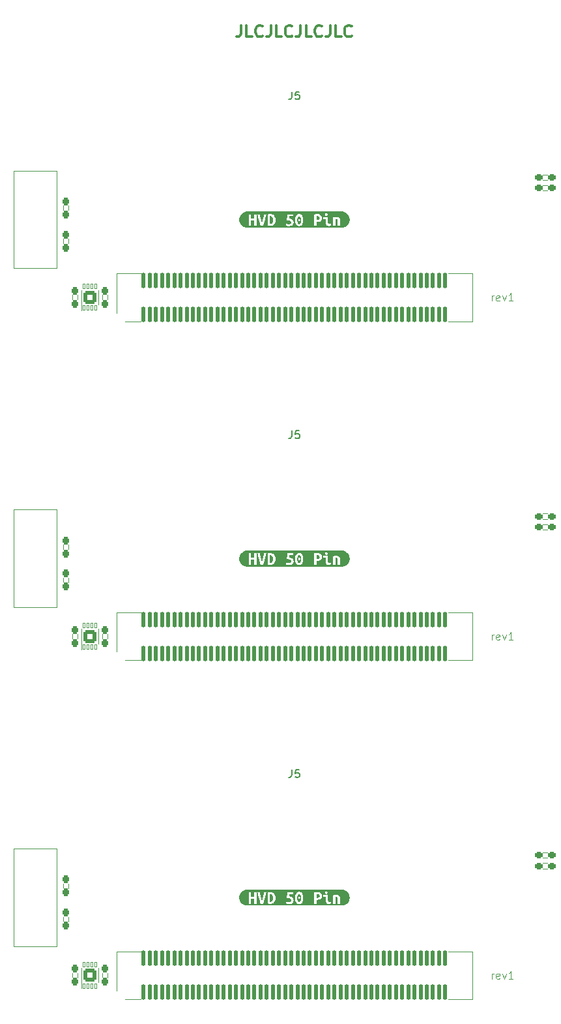
<source format=gto>
G04 #@! TF.GenerationSoftware,KiCad,Pcbnew,8.0.6*
G04 #@! TF.CreationDate,2024-11-07T02:26:39-08:00*
G04 #@! TF.ProjectId,hvd-50-ce-panel,6876642d-3530-42d6-9365-2d70616e656c,1*
G04 #@! TF.SameCoordinates,Original*
G04 #@! TF.FileFunction,Legend,Top*
G04 #@! TF.FilePolarity,Positive*
%FSLAX46Y46*%
G04 Gerber Fmt 4.6, Leading zero omitted, Abs format (unit mm)*
G04 Created by KiCad (PCBNEW 8.0.6) date 2024-11-07 02:26:39*
%MOMM*%
%LPD*%
G01*
G04 APERTURE LIST*
G04 Aperture macros list*
%AMRoundRect*
0 Rectangle with rounded corners*
0 $1 Rounding radius*
0 $2 $3 $4 $5 $6 $7 $8 $9 X,Y pos of 4 corners*
0 Add a 4 corners polygon primitive as box body*
4,1,4,$2,$3,$4,$5,$6,$7,$8,$9,$2,$3,0*
0 Add four circle primitives for the rounded corners*
1,1,$1+$1,$2,$3*
1,1,$1+$1,$4,$5*
1,1,$1+$1,$6,$7*
1,1,$1+$1,$8,$9*
0 Add four rect primitives between the rounded corners*
20,1,$1+$1,$2,$3,$4,$5,0*
20,1,$1+$1,$4,$5,$6,$7,0*
20,1,$1+$1,$6,$7,$8,$9,0*
20,1,$1+$1,$8,$9,$2,$3,0*%
G04 Aperture macros list end*
%ADD10C,0.100000*%
%ADD11C,0.300000*%
%ADD12C,0.150000*%
%ADD13C,0.000000*%
%ADD14C,0.120000*%
%ADD15C,1.700000*%
%ADD16C,4.750000*%
%ADD17C,0.500000*%
%ADD18C,2.300000*%
%ADD19C,2.700000*%
%ADD20C,1.950000*%
%ADD21C,2.500000*%
%ADD22RoundRect,0.225000X0.275000X0.225000X-0.275000X0.225000X-0.275000X-0.225000X0.275000X-0.225000X0*%
%ADD23RoundRect,0.225000X0.225000X-0.275000X0.225000X0.275000X-0.225000X0.275000X-0.225000X-0.275000X0*%
%ADD24RoundRect,0.225000X-0.225000X0.275000X-0.225000X-0.275000X0.225000X-0.275000X0.225000X0.275000X0*%
%ADD25C,6.500000*%
%ADD26RoundRect,0.225000X-0.275000X-0.225000X0.275000X-0.225000X0.275000X0.225000X-0.275000X0.225000X0*%
%ADD27RoundRect,0.062500X0.137500X-0.287500X0.137500X0.287500X-0.137500X0.287500X-0.137500X-0.287500X0*%
%ADD28RoundRect,0.265625X0.584375X-0.584375X0.584375X0.584375X-0.584375X0.584375X-0.584375X-0.584375X0*%
%ADD29C,0.800000*%
%ADD30C,1.200000*%
%ADD31RoundRect,0.125000X0.125000X0.925000X-0.125000X0.925000X-0.125000X-0.925000X0.125000X-0.925000X0*%
G04 APERTURE END LIST*
D10*
X-16757143Y10544581D02*
X-16757143Y11211248D01*
X-16757143Y11020772D02*
X-16709524Y11116010D01*
X-16709524Y11116010D02*
X-16661905Y11163629D01*
X-16661905Y11163629D02*
X-16566667Y11211248D01*
X-16566667Y11211248D02*
X-16471429Y11211248D01*
X-15757143Y10592200D02*
X-15852381Y10544581D01*
X-15852381Y10544581D02*
X-16042857Y10544581D01*
X-16042857Y10544581D02*
X-16138095Y10592200D01*
X-16138095Y10592200D02*
X-16185714Y10687439D01*
X-16185714Y10687439D02*
X-16185714Y11068391D01*
X-16185714Y11068391D02*
X-16138095Y11163629D01*
X-16138095Y11163629D02*
X-16042857Y11211248D01*
X-16042857Y11211248D02*
X-15852381Y11211248D01*
X-15852381Y11211248D02*
X-15757143Y11163629D01*
X-15757143Y11163629D02*
X-15709524Y11068391D01*
X-15709524Y11068391D02*
X-15709524Y10973153D01*
X-15709524Y10973153D02*
X-16185714Y10877915D01*
X-15376190Y11211248D02*
X-15138095Y10544581D01*
X-15138095Y10544581D02*
X-14900000Y11211248D01*
X-13995238Y10544581D02*
X-14566666Y10544581D01*
X-14280952Y10544581D02*
X-14280952Y11544581D01*
X-14280952Y11544581D02*
X-14376190Y11401724D01*
X-14376190Y11401724D02*
X-14471428Y11306486D01*
X-14471428Y11306486D02*
X-14566666Y11258867D01*
X-16757143Y98544581D02*
X-16757143Y99211248D01*
X-16757143Y99020772D02*
X-16709524Y99116010D01*
X-16709524Y99116010D02*
X-16661905Y99163629D01*
X-16661905Y99163629D02*
X-16566667Y99211248D01*
X-16566667Y99211248D02*
X-16471429Y99211248D01*
X-15757143Y98592200D02*
X-15852381Y98544581D01*
X-15852381Y98544581D02*
X-16042857Y98544581D01*
X-16042857Y98544581D02*
X-16138095Y98592200D01*
X-16138095Y98592200D02*
X-16185714Y98687439D01*
X-16185714Y98687439D02*
X-16185714Y99068391D01*
X-16185714Y99068391D02*
X-16138095Y99163629D01*
X-16138095Y99163629D02*
X-16042857Y99211248D01*
X-16042857Y99211248D02*
X-15852381Y99211248D01*
X-15852381Y99211248D02*
X-15757143Y99163629D01*
X-15757143Y99163629D02*
X-15709524Y99068391D01*
X-15709524Y99068391D02*
X-15709524Y98973153D01*
X-15709524Y98973153D02*
X-16185714Y98877915D01*
X-15376190Y99211248D02*
X-15138095Y98544581D01*
X-15138095Y98544581D02*
X-14900000Y99211248D01*
X-13995238Y98544581D02*
X-14566666Y98544581D01*
X-14280952Y98544581D02*
X-14280952Y99544581D01*
X-14280952Y99544581D02*
X-14376190Y99401724D01*
X-14376190Y99401724D02*
X-14471428Y99306486D01*
X-14471428Y99306486D02*
X-14566666Y99258867D01*
X-16757143Y54544581D02*
X-16757143Y55211248D01*
X-16757143Y55020772D02*
X-16709524Y55116010D01*
X-16709524Y55116010D02*
X-16661905Y55163629D01*
X-16661905Y55163629D02*
X-16566667Y55211248D01*
X-16566667Y55211248D02*
X-16471429Y55211248D01*
X-15757143Y54592200D02*
X-15852381Y54544581D01*
X-15852381Y54544581D02*
X-16042857Y54544581D01*
X-16042857Y54544581D02*
X-16138095Y54592200D01*
X-16138095Y54592200D02*
X-16185714Y54687439D01*
X-16185714Y54687439D02*
X-16185714Y55068391D01*
X-16185714Y55068391D02*
X-16138095Y55163629D01*
X-16138095Y55163629D02*
X-16042857Y55211248D01*
X-16042857Y55211248D02*
X-15852381Y55211248D01*
X-15852381Y55211248D02*
X-15757143Y55163629D01*
X-15757143Y55163629D02*
X-15709524Y55068391D01*
X-15709524Y55068391D02*
X-15709524Y54973153D01*
X-15709524Y54973153D02*
X-16185714Y54877915D01*
X-15376190Y55211248D02*
X-15138095Y54544581D01*
X-15138095Y54544581D02*
X-14900000Y55211248D01*
X-13995238Y54544581D02*
X-14566666Y54544581D01*
X-14280952Y54544581D02*
X-14280952Y55544581D01*
X-14280952Y55544581D02*
X-14376190Y55401724D01*
X-14376190Y55401724D02*
X-14471428Y55306486D01*
X-14471428Y55306486D02*
X-14566666Y55258867D01*
D11*
X-49328572Y134325172D02*
X-49328572Y133253743D01*
X-49328572Y133253743D02*
X-49400001Y133039458D01*
X-49400001Y133039458D02*
X-49542858Y132896600D01*
X-49542858Y132896600D02*
X-49757144Y132825172D01*
X-49757144Y132825172D02*
X-49900001Y132825172D01*
X-47900001Y132825172D02*
X-48614287Y132825172D01*
X-48614287Y132825172D02*
X-48614287Y134325172D01*
X-46542858Y132968029D02*
X-46614286Y132896600D01*
X-46614286Y132896600D02*
X-46828572Y132825172D01*
X-46828572Y132825172D02*
X-46971429Y132825172D01*
X-46971429Y132825172D02*
X-47185715Y132896600D01*
X-47185715Y132896600D02*
X-47328572Y133039458D01*
X-47328572Y133039458D02*
X-47400001Y133182315D01*
X-47400001Y133182315D02*
X-47471429Y133468029D01*
X-47471429Y133468029D02*
X-47471429Y133682315D01*
X-47471429Y133682315D02*
X-47400001Y133968029D01*
X-47400001Y133968029D02*
X-47328572Y134110886D01*
X-47328572Y134110886D02*
X-47185715Y134253743D01*
X-47185715Y134253743D02*
X-46971429Y134325172D01*
X-46971429Y134325172D02*
X-46828572Y134325172D01*
X-46828572Y134325172D02*
X-46614286Y134253743D01*
X-46614286Y134253743D02*
X-46542858Y134182315D01*
X-45471429Y134325172D02*
X-45471429Y133253743D01*
X-45471429Y133253743D02*
X-45542858Y133039458D01*
X-45542858Y133039458D02*
X-45685715Y132896600D01*
X-45685715Y132896600D02*
X-45900001Y132825172D01*
X-45900001Y132825172D02*
X-46042858Y132825172D01*
X-44042858Y132825172D02*
X-44757144Y132825172D01*
X-44757144Y132825172D02*
X-44757144Y134325172D01*
X-42685715Y132968029D02*
X-42757143Y132896600D01*
X-42757143Y132896600D02*
X-42971429Y132825172D01*
X-42971429Y132825172D02*
X-43114286Y132825172D01*
X-43114286Y132825172D02*
X-43328572Y132896600D01*
X-43328572Y132896600D02*
X-43471429Y133039458D01*
X-43471429Y133039458D02*
X-43542858Y133182315D01*
X-43542858Y133182315D02*
X-43614286Y133468029D01*
X-43614286Y133468029D02*
X-43614286Y133682315D01*
X-43614286Y133682315D02*
X-43542858Y133968029D01*
X-43542858Y133968029D02*
X-43471429Y134110886D01*
X-43471429Y134110886D02*
X-43328572Y134253743D01*
X-43328572Y134253743D02*
X-43114286Y134325172D01*
X-43114286Y134325172D02*
X-42971429Y134325172D01*
X-42971429Y134325172D02*
X-42757143Y134253743D01*
X-42757143Y134253743D02*
X-42685715Y134182315D01*
X-41614286Y134325172D02*
X-41614286Y133253743D01*
X-41614286Y133253743D02*
X-41685715Y133039458D01*
X-41685715Y133039458D02*
X-41828572Y132896600D01*
X-41828572Y132896600D02*
X-42042858Y132825172D01*
X-42042858Y132825172D02*
X-42185715Y132825172D01*
X-40185715Y132825172D02*
X-40900001Y132825172D01*
X-40900001Y132825172D02*
X-40900001Y134325172D01*
X-38828572Y132968029D02*
X-38900000Y132896600D01*
X-38900000Y132896600D02*
X-39114286Y132825172D01*
X-39114286Y132825172D02*
X-39257143Y132825172D01*
X-39257143Y132825172D02*
X-39471429Y132896600D01*
X-39471429Y132896600D02*
X-39614286Y133039458D01*
X-39614286Y133039458D02*
X-39685715Y133182315D01*
X-39685715Y133182315D02*
X-39757143Y133468029D01*
X-39757143Y133468029D02*
X-39757143Y133682315D01*
X-39757143Y133682315D02*
X-39685715Y133968029D01*
X-39685715Y133968029D02*
X-39614286Y134110886D01*
X-39614286Y134110886D02*
X-39471429Y134253743D01*
X-39471429Y134253743D02*
X-39257143Y134325172D01*
X-39257143Y134325172D02*
X-39114286Y134325172D01*
X-39114286Y134325172D02*
X-38900000Y134253743D01*
X-38900000Y134253743D02*
X-38828572Y134182315D01*
X-37757143Y134325172D02*
X-37757143Y133253743D01*
X-37757143Y133253743D02*
X-37828572Y133039458D01*
X-37828572Y133039458D02*
X-37971429Y132896600D01*
X-37971429Y132896600D02*
X-38185715Y132825172D01*
X-38185715Y132825172D02*
X-38328572Y132825172D01*
X-36328572Y132825172D02*
X-37042858Y132825172D01*
X-37042858Y132825172D02*
X-37042858Y134325172D01*
X-34971429Y132968029D02*
X-35042857Y132896600D01*
X-35042857Y132896600D02*
X-35257143Y132825172D01*
X-35257143Y132825172D02*
X-35400000Y132825172D01*
X-35400000Y132825172D02*
X-35614286Y132896600D01*
X-35614286Y132896600D02*
X-35757143Y133039458D01*
X-35757143Y133039458D02*
X-35828572Y133182315D01*
X-35828572Y133182315D02*
X-35900000Y133468029D01*
X-35900000Y133468029D02*
X-35900000Y133682315D01*
X-35900000Y133682315D02*
X-35828572Y133968029D01*
X-35828572Y133968029D02*
X-35757143Y134110886D01*
X-35757143Y134110886D02*
X-35614286Y134253743D01*
X-35614286Y134253743D02*
X-35400000Y134325172D01*
X-35400000Y134325172D02*
X-35257143Y134325172D01*
X-35257143Y134325172D02*
X-35042857Y134253743D01*
X-35042857Y134253743D02*
X-34971429Y134182315D01*
D12*
X-42733334Y37692181D02*
X-42733334Y36977896D01*
X-42733334Y36977896D02*
X-42780953Y36835039D01*
X-42780953Y36835039D02*
X-42876191Y36739800D01*
X-42876191Y36739800D02*
X-43019048Y36692181D01*
X-43019048Y36692181D02*
X-43114286Y36692181D01*
X-41780953Y37692181D02*
X-42257143Y37692181D01*
X-42257143Y37692181D02*
X-42304762Y37215991D01*
X-42304762Y37215991D02*
X-42257143Y37263610D01*
X-42257143Y37263610D02*
X-42161905Y37311229D01*
X-42161905Y37311229D02*
X-41923810Y37311229D01*
X-41923810Y37311229D02*
X-41828572Y37263610D01*
X-41828572Y37263610D02*
X-41780953Y37215991D01*
X-41780953Y37215991D02*
X-41733334Y37120753D01*
X-41733334Y37120753D02*
X-41733334Y36882658D01*
X-41733334Y36882658D02*
X-41780953Y36787420D01*
X-41780953Y36787420D02*
X-41828572Y36739800D01*
X-41828572Y36739800D02*
X-41923810Y36692181D01*
X-41923810Y36692181D02*
X-42161905Y36692181D01*
X-42161905Y36692181D02*
X-42257143Y36739800D01*
X-42257143Y36739800D02*
X-42304762Y36787420D01*
X-42733334Y125692181D02*
X-42733334Y124977896D01*
X-42733334Y124977896D02*
X-42780953Y124835039D01*
X-42780953Y124835039D02*
X-42876191Y124739800D01*
X-42876191Y124739800D02*
X-43019048Y124692181D01*
X-43019048Y124692181D02*
X-43114286Y124692181D01*
X-41780953Y125692181D02*
X-42257143Y125692181D01*
X-42257143Y125692181D02*
X-42304762Y125215991D01*
X-42304762Y125215991D02*
X-42257143Y125263610D01*
X-42257143Y125263610D02*
X-42161905Y125311229D01*
X-42161905Y125311229D02*
X-41923810Y125311229D01*
X-41923810Y125311229D02*
X-41828572Y125263610D01*
X-41828572Y125263610D02*
X-41780953Y125215991D01*
X-41780953Y125215991D02*
X-41733334Y125120753D01*
X-41733334Y125120753D02*
X-41733334Y124882658D01*
X-41733334Y124882658D02*
X-41780953Y124787420D01*
X-41780953Y124787420D02*
X-41828572Y124739800D01*
X-41828572Y124739800D02*
X-41923810Y124692181D01*
X-41923810Y124692181D02*
X-42161905Y124692181D01*
X-42161905Y124692181D02*
X-42257143Y124739800D01*
X-42257143Y124739800D02*
X-42304762Y124787420D01*
X-42733334Y81692181D02*
X-42733334Y80977896D01*
X-42733334Y80977896D02*
X-42780953Y80835039D01*
X-42780953Y80835039D02*
X-42876191Y80739800D01*
X-42876191Y80739800D02*
X-43019048Y80692181D01*
X-43019048Y80692181D02*
X-43114286Y80692181D01*
X-41780953Y81692181D02*
X-42257143Y81692181D01*
X-42257143Y81692181D02*
X-42304762Y81215991D01*
X-42304762Y81215991D02*
X-42257143Y81263610D01*
X-42257143Y81263610D02*
X-42161905Y81311229D01*
X-42161905Y81311229D02*
X-41923810Y81311229D01*
X-41923810Y81311229D02*
X-41828572Y81263610D01*
X-41828572Y81263610D02*
X-41780953Y81215991D01*
X-41780953Y81215991D02*
X-41733334Y81120753D01*
X-41733334Y81120753D02*
X-41733334Y80882658D01*
X-41733334Y80882658D02*
X-41780953Y80787420D01*
X-41780953Y80787420D02*
X-41828572Y80739800D01*
X-41828572Y80739800D02*
X-41923810Y80692181D01*
X-41923810Y80692181D02*
X-42161905Y80692181D01*
X-42161905Y80692181D02*
X-42257143Y80739800D01*
X-42257143Y80739800D02*
X-42304762Y80787420D01*
G04 #@! TO.C,J3*
D10*
X-78870000Y27442000D02*
X-73270000Y27442000D01*
X-73270000Y14772000D01*
X-78870000Y14772000D01*
X-78870000Y27442000D01*
D13*
G04 #@! TO.C,kibuzzard-672C6174*
G36*
X-39276111Y65533038D02*
G01*
X-39192811Y65492145D01*
X-39139196Y65418539D01*
X-39121325Y65306766D01*
X-39139499Y65188935D01*
X-39194023Y65111693D01*
X-39284289Y65068983D01*
X-39409693Y65054746D01*
X-39530856Y65054746D01*
X-39530856Y65539399D01*
X-39456947Y65545457D01*
X-39383037Y65546669D01*
X-39276111Y65533038D01*
G37*
G36*
X-45339418Y65504262D02*
G01*
X-45240065Y65391580D01*
X-45189176Y65229221D01*
X-45174637Y65040207D01*
X-45179180Y64933280D01*
X-45192811Y64835441D01*
X-45253393Y64674294D01*
X-45364863Y64567670D01*
X-45535703Y64528898D01*
X-45562359Y64528898D01*
X-45589015Y64531321D01*
X-45589015Y65539399D01*
X-45545396Y65545457D01*
X-45501777Y65546669D01*
X-45339418Y65504262D01*
G37*
G36*
X-41668477Y65534855D02*
G01*
X-41589418Y65433987D01*
X-41553743Y65330729D01*
X-41532337Y65200277D01*
X-41525202Y65042630D01*
X-41532337Y64883637D01*
X-41553743Y64752377D01*
X-41589418Y64648850D01*
X-41668477Y64547981D01*
X-41774798Y64515108D01*
X-41777221Y64514359D01*
X-41884451Y64547981D01*
X-41963813Y64648850D01*
X-42000162Y64752377D01*
X-42021971Y64883637D01*
X-42029241Y65042630D01*
X-42028123Y65066863D01*
X-41910501Y65066863D01*
X-41874152Y64954181D01*
X-41774798Y64906927D01*
X-41679079Y64954181D01*
X-41641519Y65066863D01*
X-41679079Y65180756D01*
X-41774798Y65229221D01*
X-41874152Y65180756D01*
X-41910501Y65066863D01*
X-42028123Y65066863D01*
X-42021971Y65200277D01*
X-42000162Y65330729D01*
X-41963813Y65433987D01*
X-41884451Y65534855D01*
X-41777221Y65568478D01*
X-41668477Y65534855D01*
G37*
G36*
X-36163343Y66143407D02*
G01*
X-36061761Y66128339D01*
X-35962146Y66103386D01*
X-35865455Y66068790D01*
X-35772622Y66024883D01*
X-35684539Y65972088D01*
X-35602055Y65910914D01*
X-35525964Y65841949D01*
X-35456999Y65765858D01*
X-35395825Y65683374D01*
X-35343030Y65595291D01*
X-35299123Y65502458D01*
X-35264526Y65405767D01*
X-35239574Y65306151D01*
X-35224506Y65204570D01*
X-35219467Y65102000D01*
X-35224506Y64999430D01*
X-35239574Y64897849D01*
X-35264526Y64798233D01*
X-35299123Y64701542D01*
X-35343030Y64608709D01*
X-35395825Y64520626D01*
X-35456999Y64438142D01*
X-35525964Y64362051D01*
X-35602055Y64293086D01*
X-35684539Y64231912D01*
X-35772622Y64179117D01*
X-35865455Y64135210D01*
X-35962146Y64100614D01*
X-36061761Y64075661D01*
X-36163343Y64060593D01*
X-36265913Y64055554D01*
X-36467851Y64055554D01*
X-37938772Y64055554D01*
X-39530856Y64055554D01*
X-41777221Y64055554D01*
X-43105170Y64055554D01*
X-45567205Y64055554D01*
X-46778837Y64055554D01*
X-47338611Y64055554D01*
X-48332149Y64055554D01*
X-48534087Y64055554D01*
X-48636657Y64060593D01*
X-48738239Y64075661D01*
X-48837854Y64100614D01*
X-48934545Y64135210D01*
X-49027378Y64179117D01*
X-49115461Y64231912D01*
X-49192429Y64288995D01*
X-48332149Y64288995D01*
X-48034087Y64288995D01*
X-48034087Y64950546D01*
X-47636672Y64950546D01*
X-47636672Y64288995D01*
X-47338611Y64288995D01*
X-47338611Y65788995D01*
X-47198061Y65788995D01*
X-47170194Y65653292D01*
X-47130210Y65483664D01*
X-47098169Y65356712D01*
X-47063436Y65224644D01*
X-47026010Y65087460D01*
X-46986430Y64947584D01*
X-46945234Y64807439D01*
X-46902423Y64667024D01*
X-46838813Y64467105D01*
X-46778837Y64288995D01*
X-46471082Y64288995D01*
X-46424771Y64418101D01*
X-46379537Y64550169D01*
X-46335380Y64685199D01*
X-46292973Y64820901D01*
X-46252989Y64954989D01*
X-46215428Y65087460D01*
X-46163934Y65280413D01*
X-46118498Y65464278D01*
X-46079422Y65635118D01*
X-46051094Y65769609D01*
X-45887076Y65769609D01*
X-45887076Y64305958D01*
X-45723506Y64278090D01*
X-45567205Y64269609D01*
X-45420901Y64280211D01*
X-45287318Y64312016D01*
X-45237587Y64335037D01*
X-43509855Y64335037D01*
X-43440792Y64308381D01*
X-43340226Y64282937D01*
X-43223910Y64264763D01*
X-43105170Y64257493D01*
X-42966438Y64266580D01*
X-42845880Y64293842D01*
X-42743498Y64337460D01*
X-42659289Y64395619D01*
X-42547819Y64549496D01*
X-42511470Y64742145D01*
X-42527894Y64882695D01*
X-42577167Y65000627D01*
X-42613356Y65042630D01*
X-42298223Y65042630D01*
X-42289893Y64856645D01*
X-42264903Y64696103D01*
X-42223253Y64561006D01*
X-42164943Y64451354D01*
X-42062628Y64343653D01*
X-41933387Y64279033D01*
X-41777221Y64257493D01*
X-41621055Y64279033D01*
X-41491815Y64343653D01*
X-41389499Y64451354D01*
X-41331189Y64561006D01*
X-41289540Y64696103D01*
X-41264550Y64856645D01*
X-41256220Y65042630D01*
X-41264550Y65227480D01*
X-41289540Y65387036D01*
X-41331189Y65521300D01*
X-41389499Y65630271D01*
X-41491815Y65737299D01*
X-41556842Y65769609D01*
X-39828918Y65769609D01*
X-39828918Y64288995D01*
X-39530856Y64288995D01*
X-39530856Y64795457D01*
X-39424233Y64795457D01*
X-39245046Y64808785D01*
X-39095207Y64848769D01*
X-38974717Y64915409D01*
X-38886537Y65011935D01*
X-38833630Y65141580D01*
X-38815994Y65304342D01*
X-38829416Y65427929D01*
X-38660905Y65427929D01*
X-38660905Y65180756D01*
X-38345880Y65180756D01*
X-38345880Y64761532D01*
X-38341034Y64649456D01*
X-38326494Y64550708D01*
X-38259855Y64394407D01*
X-38133845Y64296265D01*
X-38045699Y64270821D01*
X-37938772Y64262339D01*
X-37789742Y64278090D01*
X-37616478Y64337460D01*
X-37655250Y64577363D01*
X-37786107Y64532533D01*
X-37885460Y64521628D01*
X-38010258Y64571305D01*
X-38047819Y64722759D01*
X-38047819Y65391580D01*
X-37383845Y65391580D01*
X-37383845Y64288995D01*
X-37085784Y64288995D01*
X-37085784Y65183179D01*
X-37016721Y65190449D01*
X-36950081Y65192872D01*
X-36802262Y65122598D01*
X-36775000Y65029908D01*
X-36765913Y64892388D01*
X-36765913Y64288995D01*
X-36467851Y64288995D01*
X-36467851Y64931160D01*
X-36473304Y65042327D01*
X-36489661Y65143195D01*
X-36563570Y65307977D01*
X-36705331Y65414601D01*
X-36806502Y65442771D01*
X-36930695Y65452162D01*
X-37063671Y65447315D01*
X-37186349Y65432775D01*
X-37294487Y65412784D01*
X-37383845Y65391580D01*
X-38047819Y65391580D01*
X-38047819Y65427929D01*
X-38248950Y65427929D01*
X-38660905Y65427929D01*
X-38829416Y65427929D01*
X-38833495Y65465489D01*
X-38885999Y65593519D01*
X-38973506Y65688430D01*
X-39092784Y65753723D01*
X-39097863Y65755069D01*
X-38435541Y65755069D01*
X-38381018Y65616943D01*
X-38248950Y65566055D01*
X-38115670Y65616943D01*
X-38059935Y65755069D01*
X-38115670Y65895619D01*
X-38248950Y65946507D01*
X-38381018Y65895619D01*
X-38435541Y65755069D01*
X-39097863Y65755069D01*
X-39240603Y65792899D01*
X-39416963Y65805958D01*
X-39511470Y65803535D01*
X-39620517Y65797477D01*
X-39730775Y65786572D01*
X-39828918Y65769609D01*
X-41556842Y65769609D01*
X-41621055Y65801515D01*
X-41777221Y65822921D01*
X-41930964Y65801381D01*
X-42059397Y65736760D01*
X-42162520Y65629060D01*
X-42221890Y65519710D01*
X-42264297Y65385522D01*
X-42289742Y65226495D01*
X-42298223Y65042630D01*
X-42613356Y65042630D01*
X-42659289Y65095942D01*
X-42774798Y65168101D01*
X-42924233Y65216567D01*
X-43107593Y65241338D01*
X-43095477Y65379464D01*
X-43083360Y65541822D01*
X-42567205Y65541822D01*
X-42567205Y65788995D01*
X-43332956Y65788995D01*
X-43342044Y65603918D01*
X-43354766Y65412178D01*
X-43371729Y65214985D01*
X-43393538Y65013551D01*
X-43226939Y65008401D01*
X-43095477Y64992953D01*
X-42919790Y64934795D01*
X-42837399Y64845134D01*
X-42816801Y64730029D01*
X-42828918Y64650061D01*
X-42873748Y64580998D01*
X-42963409Y64531321D01*
X-43107593Y64511935D01*
X-43220880Y64517388D01*
X-43313570Y64533745D01*
X-43449273Y64582210D01*
X-43509855Y64335037D01*
X-45237587Y64335037D01*
X-45168881Y64366842D01*
X-45068013Y64446507D01*
X-44985925Y64552222D01*
X-44923829Y64685199D01*
X-44884754Y64847254D01*
X-44871729Y65040207D01*
X-44883542Y65228918D01*
X-44918982Y65387945D01*
X-44975626Y65519407D01*
X-45051050Y65625425D01*
X-45145254Y65706301D01*
X-45258239Y65762339D01*
X-45386975Y65795053D01*
X-45528433Y65805958D01*
X-45695638Y65798688D01*
X-45887076Y65769609D01*
X-46051094Y65769609D01*
X-46047011Y65788995D01*
X-46359612Y65788995D01*
X-46381422Y65662985D01*
X-46408078Y65517590D01*
X-46438368Y65360380D01*
X-46471082Y65198931D01*
X-46506220Y65036572D01*
X-46543780Y64876637D01*
X-46582553Y64726697D01*
X-46621325Y64594326D01*
X-46660400Y64728515D01*
X-46700081Y64879060D01*
X-46738853Y65038995D01*
X-46775202Y65201354D01*
X-46808825Y65362501D01*
X-46839418Y65518801D01*
X-46864863Y65663288D01*
X-46883037Y65788995D01*
X-47198061Y65788995D01*
X-47338611Y65788995D01*
X-47636672Y65788995D01*
X-47636672Y65197719D01*
X-48034087Y65197719D01*
X-48034087Y65788995D01*
X-48332149Y65788995D01*
X-48332149Y64288995D01*
X-49192429Y64288995D01*
X-49197945Y64293086D01*
X-49274036Y64362051D01*
X-49343001Y64438142D01*
X-49404175Y64520626D01*
X-49456970Y64608709D01*
X-49500877Y64701542D01*
X-49535474Y64798233D01*
X-49560426Y64897849D01*
X-49575494Y64999430D01*
X-49580533Y65102000D01*
X-49575494Y65204570D01*
X-49560426Y65306151D01*
X-49535474Y65405767D01*
X-49500877Y65502458D01*
X-49456970Y65595291D01*
X-49404175Y65683374D01*
X-49343001Y65765858D01*
X-49274036Y65841949D01*
X-49197945Y65910914D01*
X-49115461Y65972088D01*
X-49027378Y66024883D01*
X-48934545Y66068790D01*
X-48837854Y66103386D01*
X-48738239Y66128339D01*
X-48636657Y66143407D01*
X-48534087Y66148446D01*
X-48332149Y66148446D01*
X-36467851Y66148446D01*
X-36265913Y66148446D01*
X-36163343Y66143407D01*
G37*
G36*
X-39276111Y109533038D02*
G01*
X-39192811Y109492145D01*
X-39139196Y109418539D01*
X-39121325Y109306766D01*
X-39139499Y109188935D01*
X-39194023Y109111693D01*
X-39284289Y109068983D01*
X-39409693Y109054746D01*
X-39530856Y109054746D01*
X-39530856Y109539399D01*
X-39456947Y109545457D01*
X-39383037Y109546669D01*
X-39276111Y109533038D01*
G37*
G36*
X-45339418Y109504262D02*
G01*
X-45240065Y109391580D01*
X-45189176Y109229221D01*
X-45174637Y109040207D01*
X-45179180Y108933280D01*
X-45192811Y108835441D01*
X-45253393Y108674294D01*
X-45364863Y108567670D01*
X-45535703Y108528898D01*
X-45562359Y108528898D01*
X-45589015Y108531321D01*
X-45589015Y109539399D01*
X-45545396Y109545457D01*
X-45501777Y109546669D01*
X-45339418Y109504262D01*
G37*
G36*
X-41668477Y109534855D02*
G01*
X-41589418Y109433987D01*
X-41553743Y109330729D01*
X-41532337Y109200277D01*
X-41525202Y109042630D01*
X-41532337Y108883637D01*
X-41553743Y108752377D01*
X-41589418Y108648850D01*
X-41668477Y108547981D01*
X-41774798Y108515108D01*
X-41777221Y108514359D01*
X-41884451Y108547981D01*
X-41963813Y108648850D01*
X-42000162Y108752377D01*
X-42021971Y108883637D01*
X-42029241Y109042630D01*
X-42028123Y109066863D01*
X-41910501Y109066863D01*
X-41874152Y108954181D01*
X-41774798Y108906927D01*
X-41679079Y108954181D01*
X-41641519Y109066863D01*
X-41679079Y109180756D01*
X-41774798Y109229221D01*
X-41874152Y109180756D01*
X-41910501Y109066863D01*
X-42028123Y109066863D01*
X-42021971Y109200277D01*
X-42000162Y109330729D01*
X-41963813Y109433987D01*
X-41884451Y109534855D01*
X-41777221Y109568478D01*
X-41668477Y109534855D01*
G37*
G36*
X-36163343Y110143407D02*
G01*
X-36061761Y110128339D01*
X-35962146Y110103386D01*
X-35865455Y110068790D01*
X-35772622Y110024883D01*
X-35684539Y109972088D01*
X-35602055Y109910914D01*
X-35525964Y109841949D01*
X-35456999Y109765858D01*
X-35395825Y109683374D01*
X-35343030Y109595291D01*
X-35299123Y109502458D01*
X-35264526Y109405767D01*
X-35239574Y109306151D01*
X-35224506Y109204570D01*
X-35219467Y109102000D01*
X-35224506Y108999430D01*
X-35239574Y108897849D01*
X-35264526Y108798233D01*
X-35299123Y108701542D01*
X-35343030Y108608709D01*
X-35395825Y108520626D01*
X-35456999Y108438142D01*
X-35525964Y108362051D01*
X-35602055Y108293086D01*
X-35684539Y108231912D01*
X-35772622Y108179117D01*
X-35865455Y108135210D01*
X-35962146Y108100614D01*
X-36061761Y108075661D01*
X-36163343Y108060593D01*
X-36265913Y108055554D01*
X-36467851Y108055554D01*
X-37938772Y108055554D01*
X-39530856Y108055554D01*
X-41777221Y108055554D01*
X-43105170Y108055554D01*
X-45567205Y108055554D01*
X-46778837Y108055554D01*
X-47338611Y108055554D01*
X-48332149Y108055554D01*
X-48534087Y108055554D01*
X-48636657Y108060593D01*
X-48738239Y108075661D01*
X-48837854Y108100614D01*
X-48934545Y108135210D01*
X-49027378Y108179117D01*
X-49115461Y108231912D01*
X-49192429Y108288995D01*
X-48332149Y108288995D01*
X-48034087Y108288995D01*
X-48034087Y108950546D01*
X-47636672Y108950546D01*
X-47636672Y108288995D01*
X-47338611Y108288995D01*
X-47338611Y109788995D01*
X-47198061Y109788995D01*
X-47170194Y109653292D01*
X-47130210Y109483664D01*
X-47098169Y109356712D01*
X-47063436Y109224644D01*
X-47026010Y109087460D01*
X-46986430Y108947584D01*
X-46945234Y108807439D01*
X-46902423Y108667024D01*
X-46838813Y108467105D01*
X-46778837Y108288995D01*
X-46471082Y108288995D01*
X-46424771Y108418101D01*
X-46379537Y108550169D01*
X-46335380Y108685199D01*
X-46292973Y108820901D01*
X-46252989Y108954989D01*
X-46215428Y109087460D01*
X-46163934Y109280413D01*
X-46118498Y109464278D01*
X-46079422Y109635118D01*
X-46051094Y109769609D01*
X-45887076Y109769609D01*
X-45887076Y108305958D01*
X-45723506Y108278090D01*
X-45567205Y108269609D01*
X-45420901Y108280211D01*
X-45287318Y108312016D01*
X-45237587Y108335037D01*
X-43509855Y108335037D01*
X-43440792Y108308381D01*
X-43340226Y108282937D01*
X-43223910Y108264763D01*
X-43105170Y108257493D01*
X-42966438Y108266580D01*
X-42845880Y108293842D01*
X-42743498Y108337460D01*
X-42659289Y108395619D01*
X-42547819Y108549496D01*
X-42511470Y108742145D01*
X-42527894Y108882695D01*
X-42577167Y109000627D01*
X-42613356Y109042630D01*
X-42298223Y109042630D01*
X-42289893Y108856645D01*
X-42264903Y108696103D01*
X-42223253Y108561006D01*
X-42164943Y108451354D01*
X-42062628Y108343653D01*
X-41933387Y108279033D01*
X-41777221Y108257493D01*
X-41621055Y108279033D01*
X-41491815Y108343653D01*
X-41389499Y108451354D01*
X-41331189Y108561006D01*
X-41289540Y108696103D01*
X-41264550Y108856645D01*
X-41256220Y109042630D01*
X-41264550Y109227480D01*
X-41289540Y109387036D01*
X-41331189Y109521300D01*
X-41389499Y109630271D01*
X-41491815Y109737299D01*
X-41556842Y109769609D01*
X-39828918Y109769609D01*
X-39828918Y108288995D01*
X-39530856Y108288995D01*
X-39530856Y108795457D01*
X-39424233Y108795457D01*
X-39245046Y108808785D01*
X-39095207Y108848769D01*
X-38974717Y108915409D01*
X-38886537Y109011935D01*
X-38833630Y109141580D01*
X-38815994Y109304342D01*
X-38829416Y109427929D01*
X-38660905Y109427929D01*
X-38660905Y109180756D01*
X-38345880Y109180756D01*
X-38345880Y108761532D01*
X-38341034Y108649456D01*
X-38326494Y108550708D01*
X-38259855Y108394407D01*
X-38133845Y108296265D01*
X-38045699Y108270821D01*
X-37938772Y108262339D01*
X-37789742Y108278090D01*
X-37616478Y108337460D01*
X-37655250Y108577363D01*
X-37786107Y108532533D01*
X-37885460Y108521628D01*
X-38010258Y108571305D01*
X-38047819Y108722759D01*
X-38047819Y109391580D01*
X-37383845Y109391580D01*
X-37383845Y108288995D01*
X-37085784Y108288995D01*
X-37085784Y109183179D01*
X-37016721Y109190449D01*
X-36950081Y109192872D01*
X-36802262Y109122598D01*
X-36775000Y109029908D01*
X-36765913Y108892388D01*
X-36765913Y108288995D01*
X-36467851Y108288995D01*
X-36467851Y108931160D01*
X-36473304Y109042327D01*
X-36489661Y109143195D01*
X-36563570Y109307977D01*
X-36705331Y109414601D01*
X-36806502Y109442771D01*
X-36930695Y109452162D01*
X-37063671Y109447315D01*
X-37186349Y109432775D01*
X-37294487Y109412784D01*
X-37383845Y109391580D01*
X-38047819Y109391580D01*
X-38047819Y109427929D01*
X-38248950Y109427929D01*
X-38660905Y109427929D01*
X-38829416Y109427929D01*
X-38833495Y109465489D01*
X-38885999Y109593519D01*
X-38973506Y109688430D01*
X-39092784Y109753723D01*
X-39097863Y109755069D01*
X-38435541Y109755069D01*
X-38381018Y109616943D01*
X-38248950Y109566055D01*
X-38115670Y109616943D01*
X-38059935Y109755069D01*
X-38115670Y109895619D01*
X-38248950Y109946507D01*
X-38381018Y109895619D01*
X-38435541Y109755069D01*
X-39097863Y109755069D01*
X-39240603Y109792899D01*
X-39416963Y109805958D01*
X-39511470Y109803535D01*
X-39620517Y109797477D01*
X-39730775Y109786572D01*
X-39828918Y109769609D01*
X-41556842Y109769609D01*
X-41621055Y109801515D01*
X-41777221Y109822921D01*
X-41930964Y109801381D01*
X-42059397Y109736760D01*
X-42162520Y109629060D01*
X-42221890Y109519710D01*
X-42264297Y109385522D01*
X-42289742Y109226495D01*
X-42298223Y109042630D01*
X-42613356Y109042630D01*
X-42659289Y109095942D01*
X-42774798Y109168101D01*
X-42924233Y109216567D01*
X-43107593Y109241338D01*
X-43095477Y109379464D01*
X-43083360Y109541822D01*
X-42567205Y109541822D01*
X-42567205Y109788995D01*
X-43332956Y109788995D01*
X-43342044Y109603918D01*
X-43354766Y109412178D01*
X-43371729Y109214985D01*
X-43393538Y109013551D01*
X-43226939Y109008401D01*
X-43095477Y108992953D01*
X-42919790Y108934795D01*
X-42837399Y108845134D01*
X-42816801Y108730029D01*
X-42828918Y108650061D01*
X-42873748Y108580998D01*
X-42963409Y108531321D01*
X-43107593Y108511935D01*
X-43220880Y108517388D01*
X-43313570Y108533745D01*
X-43449273Y108582210D01*
X-43509855Y108335037D01*
X-45237587Y108335037D01*
X-45168881Y108366842D01*
X-45068013Y108446507D01*
X-44985925Y108552222D01*
X-44923829Y108685199D01*
X-44884754Y108847254D01*
X-44871729Y109040207D01*
X-44883542Y109228918D01*
X-44918982Y109387945D01*
X-44975626Y109519407D01*
X-45051050Y109625425D01*
X-45145254Y109706301D01*
X-45258239Y109762339D01*
X-45386975Y109795053D01*
X-45528433Y109805958D01*
X-45695638Y109798688D01*
X-45887076Y109769609D01*
X-46051094Y109769609D01*
X-46047011Y109788995D01*
X-46359612Y109788995D01*
X-46381422Y109662985D01*
X-46408078Y109517590D01*
X-46438368Y109360380D01*
X-46471082Y109198931D01*
X-46506220Y109036572D01*
X-46543780Y108876637D01*
X-46582553Y108726697D01*
X-46621325Y108594326D01*
X-46660400Y108728515D01*
X-46700081Y108879060D01*
X-46738853Y109038995D01*
X-46775202Y109201354D01*
X-46808825Y109362501D01*
X-46839418Y109518801D01*
X-46864863Y109663288D01*
X-46883037Y109788995D01*
X-47198061Y109788995D01*
X-47338611Y109788995D01*
X-47636672Y109788995D01*
X-47636672Y109197719D01*
X-48034087Y109197719D01*
X-48034087Y109788995D01*
X-48332149Y109788995D01*
X-48332149Y108288995D01*
X-49192429Y108288995D01*
X-49197945Y108293086D01*
X-49274036Y108362051D01*
X-49343001Y108438142D01*
X-49404175Y108520626D01*
X-49456970Y108608709D01*
X-49500877Y108701542D01*
X-49535474Y108798233D01*
X-49560426Y108897849D01*
X-49575494Y108999430D01*
X-49580533Y109102000D01*
X-49575494Y109204570D01*
X-49560426Y109306151D01*
X-49535474Y109405767D01*
X-49500877Y109502458D01*
X-49456970Y109595291D01*
X-49404175Y109683374D01*
X-49343001Y109765858D01*
X-49274036Y109841949D01*
X-49197945Y109910914D01*
X-49115461Y109972088D01*
X-49027378Y110024883D01*
X-48934545Y110068790D01*
X-48837854Y110103386D01*
X-48738239Y110128339D01*
X-48636657Y110143407D01*
X-48534087Y110148446D01*
X-48332149Y110148446D01*
X-36467851Y110148446D01*
X-36265913Y110148446D01*
X-36163343Y110143407D01*
G37*
D10*
G04 #@! TO.C,C2*
X-10100000Y114936999D02*
X-9500000Y114936999D01*
X-9500000Y114237001D02*
X-10100000Y114237001D01*
G04 #@! TO.C,R1*
X-67399999Y11302000D02*
X-67399999Y10702000D01*
X-66700001Y10702000D02*
X-66700001Y11302000D01*
G04 #@! TO.C,R2*
X-72449999Y22902000D02*
X-72449999Y22302000D01*
X-71750001Y22302000D02*
X-71750001Y22902000D01*
G04 #@! TO.C,J3*
X-78870000Y115442000D02*
X-73270000Y115442000D01*
X-73270000Y102772000D01*
X-78870000Y102772000D01*
X-78870000Y115442000D01*
G04 #@! TO.C,R3*
X-72449999Y18602000D02*
X-72449999Y18002000D01*
X-71750001Y18002000D02*
X-71750001Y18602000D01*
G04 #@! TO.C,R2*
X-72449999Y66902000D02*
X-72449999Y66302000D01*
X-71750001Y66302000D02*
X-71750001Y66902000D01*
G04 #@! TO.C,R3*
X-72449999Y62602000D02*
X-72449999Y62002000D01*
X-71750001Y62002000D02*
X-71750001Y62602000D01*
G04 #@! TO.C,R1*
X-67399999Y55302000D02*
X-67399999Y54702000D01*
X-66700001Y54702000D02*
X-66700001Y55302000D01*
G04 #@! TO.C,R4*
X-10100000Y24852001D02*
X-9500000Y24852001D01*
X-9500000Y25551999D02*
X-10100000Y25551999D01*
D13*
G04 #@! TO.C,kibuzzard-672C6174*
G36*
X-39276111Y21533038D02*
G01*
X-39192811Y21492145D01*
X-39139196Y21418539D01*
X-39121325Y21306766D01*
X-39139499Y21188935D01*
X-39194023Y21111693D01*
X-39284289Y21068983D01*
X-39409693Y21054746D01*
X-39530856Y21054746D01*
X-39530856Y21539399D01*
X-39456947Y21545457D01*
X-39383037Y21546669D01*
X-39276111Y21533038D01*
G37*
G36*
X-45339418Y21504262D02*
G01*
X-45240065Y21391580D01*
X-45189176Y21229221D01*
X-45174637Y21040207D01*
X-45179180Y20933280D01*
X-45192811Y20835441D01*
X-45253393Y20674294D01*
X-45364863Y20567670D01*
X-45535703Y20528898D01*
X-45562359Y20528898D01*
X-45589015Y20531321D01*
X-45589015Y21539399D01*
X-45545396Y21545457D01*
X-45501777Y21546669D01*
X-45339418Y21504262D01*
G37*
G36*
X-41668477Y21534855D02*
G01*
X-41589418Y21433987D01*
X-41553743Y21330729D01*
X-41532337Y21200277D01*
X-41525202Y21042630D01*
X-41532337Y20883637D01*
X-41553743Y20752377D01*
X-41589418Y20648850D01*
X-41668477Y20547981D01*
X-41774798Y20515108D01*
X-41777221Y20514359D01*
X-41884451Y20547981D01*
X-41963813Y20648850D01*
X-42000162Y20752377D01*
X-42021971Y20883637D01*
X-42029241Y21042630D01*
X-42028123Y21066863D01*
X-41910501Y21066863D01*
X-41874152Y20954181D01*
X-41774798Y20906927D01*
X-41679079Y20954181D01*
X-41641519Y21066863D01*
X-41679079Y21180756D01*
X-41774798Y21229221D01*
X-41874152Y21180756D01*
X-41910501Y21066863D01*
X-42028123Y21066863D01*
X-42021971Y21200277D01*
X-42000162Y21330729D01*
X-41963813Y21433987D01*
X-41884451Y21534855D01*
X-41777221Y21568478D01*
X-41668477Y21534855D01*
G37*
G36*
X-36163343Y22143407D02*
G01*
X-36061761Y22128339D01*
X-35962146Y22103386D01*
X-35865455Y22068790D01*
X-35772622Y22024883D01*
X-35684539Y21972088D01*
X-35602055Y21910914D01*
X-35525964Y21841949D01*
X-35456999Y21765858D01*
X-35395825Y21683374D01*
X-35343030Y21595291D01*
X-35299123Y21502458D01*
X-35264526Y21405767D01*
X-35239574Y21306151D01*
X-35224506Y21204570D01*
X-35219467Y21102000D01*
X-35224506Y20999430D01*
X-35239574Y20897849D01*
X-35264526Y20798233D01*
X-35299123Y20701542D01*
X-35343030Y20608709D01*
X-35395825Y20520626D01*
X-35456999Y20438142D01*
X-35525964Y20362051D01*
X-35602055Y20293086D01*
X-35684539Y20231912D01*
X-35772622Y20179117D01*
X-35865455Y20135210D01*
X-35962146Y20100614D01*
X-36061761Y20075661D01*
X-36163343Y20060593D01*
X-36265913Y20055554D01*
X-36467851Y20055554D01*
X-37938772Y20055554D01*
X-39530856Y20055554D01*
X-41777221Y20055554D01*
X-43105170Y20055554D01*
X-45567205Y20055554D01*
X-46778837Y20055554D01*
X-47338611Y20055554D01*
X-48332149Y20055554D01*
X-48534087Y20055554D01*
X-48636657Y20060593D01*
X-48738239Y20075661D01*
X-48837854Y20100614D01*
X-48934545Y20135210D01*
X-49027378Y20179117D01*
X-49115461Y20231912D01*
X-49192429Y20288995D01*
X-48332149Y20288995D01*
X-48034087Y20288995D01*
X-48034087Y20950546D01*
X-47636672Y20950546D01*
X-47636672Y20288995D01*
X-47338611Y20288995D01*
X-47338611Y21788995D01*
X-47198061Y21788995D01*
X-47170194Y21653292D01*
X-47130210Y21483664D01*
X-47098169Y21356712D01*
X-47063436Y21224644D01*
X-47026010Y21087460D01*
X-46986430Y20947584D01*
X-46945234Y20807439D01*
X-46902423Y20667024D01*
X-46838813Y20467105D01*
X-46778837Y20288995D01*
X-46471082Y20288995D01*
X-46424771Y20418101D01*
X-46379537Y20550169D01*
X-46335380Y20685199D01*
X-46292973Y20820901D01*
X-46252989Y20954989D01*
X-46215428Y21087460D01*
X-46163934Y21280413D01*
X-46118498Y21464278D01*
X-46079422Y21635118D01*
X-46051094Y21769609D01*
X-45887076Y21769609D01*
X-45887076Y20305958D01*
X-45723506Y20278090D01*
X-45567205Y20269609D01*
X-45420901Y20280211D01*
X-45287318Y20312016D01*
X-45237587Y20335037D01*
X-43509855Y20335037D01*
X-43440792Y20308381D01*
X-43340226Y20282937D01*
X-43223910Y20264763D01*
X-43105170Y20257493D01*
X-42966438Y20266580D01*
X-42845880Y20293842D01*
X-42743498Y20337460D01*
X-42659289Y20395619D01*
X-42547819Y20549496D01*
X-42511470Y20742145D01*
X-42527894Y20882695D01*
X-42577167Y21000627D01*
X-42613356Y21042630D01*
X-42298223Y21042630D01*
X-42289893Y20856645D01*
X-42264903Y20696103D01*
X-42223253Y20561006D01*
X-42164943Y20451354D01*
X-42062628Y20343653D01*
X-41933387Y20279033D01*
X-41777221Y20257493D01*
X-41621055Y20279033D01*
X-41491815Y20343653D01*
X-41389499Y20451354D01*
X-41331189Y20561006D01*
X-41289540Y20696103D01*
X-41264550Y20856645D01*
X-41256220Y21042630D01*
X-41264550Y21227480D01*
X-41289540Y21387036D01*
X-41331189Y21521300D01*
X-41389499Y21630271D01*
X-41491815Y21737299D01*
X-41556842Y21769609D01*
X-39828918Y21769609D01*
X-39828918Y20288995D01*
X-39530856Y20288995D01*
X-39530856Y20795457D01*
X-39424233Y20795457D01*
X-39245046Y20808785D01*
X-39095207Y20848769D01*
X-38974717Y20915409D01*
X-38886537Y21011935D01*
X-38833630Y21141580D01*
X-38815994Y21304342D01*
X-38829416Y21427929D01*
X-38660905Y21427929D01*
X-38660905Y21180756D01*
X-38345880Y21180756D01*
X-38345880Y20761532D01*
X-38341034Y20649456D01*
X-38326494Y20550708D01*
X-38259855Y20394407D01*
X-38133845Y20296265D01*
X-38045699Y20270821D01*
X-37938772Y20262339D01*
X-37789742Y20278090D01*
X-37616478Y20337460D01*
X-37655250Y20577363D01*
X-37786107Y20532533D01*
X-37885460Y20521628D01*
X-38010258Y20571305D01*
X-38047819Y20722759D01*
X-38047819Y21391580D01*
X-37383845Y21391580D01*
X-37383845Y20288995D01*
X-37085784Y20288995D01*
X-37085784Y21183179D01*
X-37016721Y21190449D01*
X-36950081Y21192872D01*
X-36802262Y21122598D01*
X-36775000Y21029908D01*
X-36765913Y20892388D01*
X-36765913Y20288995D01*
X-36467851Y20288995D01*
X-36467851Y20931160D01*
X-36473304Y21042327D01*
X-36489661Y21143195D01*
X-36563570Y21307977D01*
X-36705331Y21414601D01*
X-36806502Y21442771D01*
X-36930695Y21452162D01*
X-37063671Y21447315D01*
X-37186349Y21432775D01*
X-37294487Y21412784D01*
X-37383845Y21391580D01*
X-38047819Y21391580D01*
X-38047819Y21427929D01*
X-38248950Y21427929D01*
X-38660905Y21427929D01*
X-38829416Y21427929D01*
X-38833495Y21465489D01*
X-38885999Y21593519D01*
X-38973506Y21688430D01*
X-39092784Y21753723D01*
X-39097863Y21755069D01*
X-38435541Y21755069D01*
X-38381018Y21616943D01*
X-38248950Y21566055D01*
X-38115670Y21616943D01*
X-38059935Y21755069D01*
X-38115670Y21895619D01*
X-38248950Y21946507D01*
X-38381018Y21895619D01*
X-38435541Y21755069D01*
X-39097863Y21755069D01*
X-39240603Y21792899D01*
X-39416963Y21805958D01*
X-39511470Y21803535D01*
X-39620517Y21797477D01*
X-39730775Y21786572D01*
X-39828918Y21769609D01*
X-41556842Y21769609D01*
X-41621055Y21801515D01*
X-41777221Y21822921D01*
X-41930964Y21801381D01*
X-42059397Y21736760D01*
X-42162520Y21629060D01*
X-42221890Y21519710D01*
X-42264297Y21385522D01*
X-42289742Y21226495D01*
X-42298223Y21042630D01*
X-42613356Y21042630D01*
X-42659289Y21095942D01*
X-42774798Y21168101D01*
X-42924233Y21216567D01*
X-43107593Y21241338D01*
X-43095477Y21379464D01*
X-43083360Y21541822D01*
X-42567205Y21541822D01*
X-42567205Y21788995D01*
X-43332956Y21788995D01*
X-43342044Y21603918D01*
X-43354766Y21412178D01*
X-43371729Y21214985D01*
X-43393538Y21013551D01*
X-43226939Y21008401D01*
X-43095477Y20992953D01*
X-42919790Y20934795D01*
X-42837399Y20845134D01*
X-42816801Y20730029D01*
X-42828918Y20650061D01*
X-42873748Y20580998D01*
X-42963409Y20531321D01*
X-43107593Y20511935D01*
X-43220880Y20517388D01*
X-43313570Y20533745D01*
X-43449273Y20582210D01*
X-43509855Y20335037D01*
X-45237587Y20335037D01*
X-45168881Y20366842D01*
X-45068013Y20446507D01*
X-44985925Y20552222D01*
X-44923829Y20685199D01*
X-44884754Y20847254D01*
X-44871729Y21040207D01*
X-44883542Y21228918D01*
X-44918982Y21387945D01*
X-44975626Y21519407D01*
X-45051050Y21625425D01*
X-45145254Y21706301D01*
X-45258239Y21762339D01*
X-45386975Y21795053D01*
X-45528433Y21805958D01*
X-45695638Y21798688D01*
X-45887076Y21769609D01*
X-46051094Y21769609D01*
X-46047011Y21788995D01*
X-46359612Y21788995D01*
X-46381422Y21662985D01*
X-46408078Y21517590D01*
X-46438368Y21360380D01*
X-46471082Y21198931D01*
X-46506220Y21036572D01*
X-46543780Y20876637D01*
X-46582553Y20726697D01*
X-46621325Y20594326D01*
X-46660400Y20728515D01*
X-46700081Y20879060D01*
X-46738853Y21038995D01*
X-46775202Y21201354D01*
X-46808825Y21362501D01*
X-46839418Y21518801D01*
X-46864863Y21663288D01*
X-46883037Y21788995D01*
X-47198061Y21788995D01*
X-47338611Y21788995D01*
X-47636672Y21788995D01*
X-47636672Y21197719D01*
X-48034087Y21197719D01*
X-48034087Y21788995D01*
X-48332149Y21788995D01*
X-48332149Y20288995D01*
X-49192429Y20288995D01*
X-49197945Y20293086D01*
X-49274036Y20362051D01*
X-49343001Y20438142D01*
X-49404175Y20520626D01*
X-49456970Y20608709D01*
X-49500877Y20701542D01*
X-49535474Y20798233D01*
X-49560426Y20897849D01*
X-49575494Y20999430D01*
X-49580533Y21102000D01*
X-49575494Y21204570D01*
X-49560426Y21306151D01*
X-49535474Y21405767D01*
X-49500877Y21502458D01*
X-49456970Y21595291D01*
X-49404175Y21683374D01*
X-49343001Y21765858D01*
X-49274036Y21841949D01*
X-49197945Y21910914D01*
X-49115461Y21972088D01*
X-49027378Y22024883D01*
X-48934545Y22068790D01*
X-48837854Y22103386D01*
X-48738239Y22128339D01*
X-48636657Y22143407D01*
X-48534087Y22148446D01*
X-48332149Y22148446D01*
X-36467851Y22148446D01*
X-36265913Y22148446D01*
X-36163343Y22143407D01*
G37*
D10*
G04 #@! TO.C,U1*
X-70100000Y9302000D02*
X-70100000Y11952000D01*
X-67900000Y11952000D02*
X-67900000Y10052000D01*
G04 #@! TO.C,J3*
X-78870000Y71442000D02*
X-73270000Y71442000D01*
X-73270000Y58772000D01*
X-78870000Y58772000D01*
X-78870000Y71442000D01*
G04 #@! TO.C,U1*
X-70100000Y53302000D02*
X-70100000Y55952000D01*
X-67900000Y55952000D02*
X-67900000Y54052000D01*
D14*
G04 #@! TO.C,J1*
X-65500000Y58102000D02*
X-65500000Y53002000D01*
X-65500000Y58102000D02*
X-62400000Y58102000D01*
X-64400000Y51902000D02*
X-62400000Y51902000D01*
X-22400000Y58102000D02*
X-19300000Y58102000D01*
X-22400000Y51902000D02*
X-19300000Y51902000D01*
X-19300000Y58102000D02*
X-19300000Y51902000D01*
X-65500000Y102102000D02*
X-65500000Y97002000D01*
X-65500000Y102102000D02*
X-62400000Y102102000D01*
X-64400000Y95902000D02*
X-62400000Y95902000D01*
X-22400000Y102102000D02*
X-19300000Y102102000D01*
X-22400000Y95902000D02*
X-19300000Y95902000D01*
X-19300000Y102102000D02*
X-19300000Y95902000D01*
D10*
G04 #@! TO.C,U1*
X-70100000Y97302000D02*
X-70100000Y99952000D01*
X-67900000Y99952000D02*
X-67900000Y98052000D01*
G04 #@! TO.C,R1*
X-67399999Y99302000D02*
X-67399999Y98702000D01*
X-66700001Y98702000D02*
X-66700001Y99302000D01*
G04 #@! TO.C,C2*
X-10100000Y26936999D02*
X-9500000Y26936999D01*
X-9500000Y26237001D02*
X-10100000Y26237001D01*
X-10100000Y70936999D02*
X-9500000Y70936999D01*
X-9500000Y70237001D02*
X-10100000Y70237001D01*
G04 #@! TO.C,R4*
X-10100000Y68852001D02*
X-9500000Y68852001D01*
X-9500000Y69551999D02*
X-10100000Y69551999D01*
G04 #@! TO.C,C1*
X-71299999Y10702000D02*
X-71299999Y11302000D01*
X-70600001Y11302000D02*
X-70600001Y10702000D01*
D14*
G04 #@! TO.C,J1*
X-65500000Y14102000D02*
X-65500000Y9002000D01*
X-65500000Y14102000D02*
X-62400000Y14102000D01*
X-64400000Y7902000D02*
X-62400000Y7902000D01*
X-22400000Y14102000D02*
X-19300000Y14102000D01*
X-22400000Y7902000D02*
X-19300000Y7902000D01*
X-19300000Y14102000D02*
X-19300000Y7902000D01*
D10*
G04 #@! TO.C,C1*
X-71299999Y54702000D02*
X-71299999Y55302000D01*
X-70600001Y55302000D02*
X-70600001Y54702000D01*
X-71299999Y98702000D02*
X-71299999Y99302000D01*
X-70600001Y99302000D02*
X-70600001Y98702000D01*
G04 #@! TO.C,R4*
X-10100000Y112852001D02*
X-9500000Y112852001D01*
X-9500000Y113551999D02*
X-10100000Y113551999D01*
G04 #@! TO.C,R2*
X-72449999Y110902000D02*
X-72449999Y110302000D01*
X-71750001Y110302000D02*
X-71750001Y110902000D01*
G04 #@! TO.C,R3*
X-72449999Y106602000D02*
X-72449999Y106002000D01*
X-71750001Y106002000D02*
X-71750001Y106602000D01*
G04 #@! TD*
%LPC*%
D15*
G04 #@! TO.C,J5*
X-68320000Y30902000D03*
X-66160000Y30902000D03*
X-64000000Y30902000D03*
X-61840000Y30902000D03*
X-59680000Y30902000D03*
X-57520000Y30902000D03*
X-55360000Y30902000D03*
X-53200000Y30902000D03*
X-51040000Y30902000D03*
X-48880000Y30902000D03*
X-46720000Y30902000D03*
X-44560000Y30902000D03*
X-42400000Y30902000D03*
X-40240000Y30902000D03*
X-38080000Y30902000D03*
X-35920000Y30902000D03*
X-33760000Y30902000D03*
X-31600000Y30902000D03*
X-29440000Y30902000D03*
X-27280000Y30902000D03*
X-25120000Y30902000D03*
X-22960000Y30902000D03*
X-20800000Y30902000D03*
X-18640000Y30902000D03*
X-16480000Y30902000D03*
X-68320000Y35192000D03*
X-66160000Y35192000D03*
X-64000000Y35192000D03*
X-61840000Y35192000D03*
X-59680000Y35192000D03*
X-57520000Y35192000D03*
X-55360000Y35192000D03*
X-53200000Y35192000D03*
X-51040000Y35192000D03*
X-48880000Y35192000D03*
X-46720000Y35192000D03*
X-44560000Y35192000D03*
X-42400000Y35192000D03*
X-40240000Y35192000D03*
X-38080000Y35192000D03*
X-35920000Y35192000D03*
X-33760000Y35192000D03*
X-31600000Y35192000D03*
X-29440000Y35192000D03*
X-27280000Y35192000D03*
X-25120000Y35192000D03*
X-22960000Y35192000D03*
X-20800000Y35192000D03*
X-18640000Y35192000D03*
X-16480000Y35192000D03*
D16*
X-4975000Y33047000D03*
X-79825000Y33047000D03*
G04 #@! TD*
D17*
G04 #@! TO.C,KiKit_MB_8_1*
X-66799000Y51002000D03*
G04 #@! TD*
G04 #@! TO.C,KiKit_MB_11_6*
X-13799001Y41002000D03*
G04 #@! TD*
D18*
G04 #@! TO.C,J3*
X-77340000Y17872000D03*
D19*
X-74800000Y24342000D03*
D20*
X-77340000Y23012000D03*
X-74800000Y21742000D03*
X-77340000Y20472000D03*
X-74800000Y19202000D03*
G04 #@! TD*
D17*
G04 #@! TO.C,KiKit_MB_8_4*
X-69320199Y51002000D03*
G04 #@! TD*
G04 #@! TO.C,KiKit_MB_11_1*
X-18001000Y41002000D03*
G04 #@! TD*
D21*
G04 #@! TO.C,KiKit_FID_T_1*
X-82300000Y133503500D03*
G04 #@! TD*
D17*
G04 #@! TO.C,KiKit_MB_6_3*
X-69320199Y85002000D03*
G04 #@! TD*
G04 #@! TO.C,KiKit_MB_1_4*
X-16320200Y95002000D03*
G04 #@! TD*
D22*
G04 #@! TO.C,C2*
X-8950000Y114587000D03*
X-10650000Y114587000D03*
G04 #@! TD*
D17*
G04 #@! TO.C,KiKit_MB_10_1*
X-71000999Y41002000D03*
G04 #@! TD*
D23*
G04 #@! TO.C,R1*
X-67050000Y10152000D03*
X-67050000Y11852000D03*
G04 #@! TD*
D17*
G04 #@! TO.C,KiKit_MB_5_4*
X-16320200Y51002000D03*
G04 #@! TD*
G04 #@! TO.C,KiKit_MB_6_1*
X-71000999Y85002000D03*
G04 #@! TD*
G04 #@! TO.C,KiKit_MB_1_1*
X-13799001Y95002000D03*
G04 #@! TD*
D21*
G04 #@! TO.C,KiKit_FID_T_2*
X-2500000Y133503500D03*
G04 #@! TD*
D17*
G04 #@! TO.C,KiKit_MB_2_4*
X-68479800Y129002000D03*
G04 #@! TD*
D24*
G04 #@! TO.C,R2*
X-72100000Y23452000D03*
X-72100000Y21752000D03*
G04 #@! TD*
D25*
G04 #@! TO.C,H3*
X-75900000Y11002000D03*
G04 #@! TD*
D18*
G04 #@! TO.C,J3*
X-77340000Y105872000D03*
D19*
X-74800000Y112342000D03*
D20*
X-77340000Y111012000D03*
X-74800000Y109742000D03*
X-77340000Y108472000D03*
X-74800000Y107202000D03*
G04 #@! TD*
D17*
G04 #@! TO.C,KiKit_MB_10_5*
X-67639400Y41002000D03*
G04 #@! TD*
G04 #@! TO.C,KiKit_MB_11_2*
X-17160600Y41002000D03*
G04 #@! TD*
G04 #@! TO.C,KiKit_MB_7_2*
X-17160600Y85002000D03*
G04 #@! TD*
G04 #@! TO.C,KiKit_MB_4_3*
X-68479800Y95002000D03*
G04 #@! TD*
D23*
G04 #@! TO.C,R3*
X-72100000Y17452000D03*
X-72100000Y19152000D03*
G04 #@! TD*
D17*
G04 #@! TO.C,KiKit_MB_6_4*
X-68479800Y85002000D03*
G04 #@! TD*
G04 #@! TO.C,KiKit_MB_12_6*
X-71000999Y7002000D03*
G04 #@! TD*
D24*
G04 #@! TO.C,R2*
X-72100000Y67452000D03*
X-72100000Y65752000D03*
G04 #@! TD*
D17*
G04 #@! TO.C,KiKit_MB_11_5*
X-14639401Y41002000D03*
G04 #@! TD*
D23*
G04 #@! TO.C,R3*
X-72100000Y61452000D03*
X-72100000Y63152000D03*
G04 #@! TD*
D17*
G04 #@! TO.C,KiKit_MB_3_6*
X-13799001Y129002000D03*
G04 #@! TD*
G04 #@! TO.C,KiKit_MB_12_4*
X-69320199Y7002000D03*
G04 #@! TD*
G04 #@! TO.C,KiKit_MB_12_3*
X-68479800Y7002000D03*
G04 #@! TD*
D23*
G04 #@! TO.C,R1*
X-67050000Y54152000D03*
X-67050000Y55852000D03*
G04 #@! TD*
D17*
G04 #@! TO.C,KiKit_MB_3_1*
X-18001000Y129002000D03*
G04 #@! TD*
D15*
G04 #@! TO.C,J5*
X-68320000Y118902000D03*
X-66160000Y118902000D03*
X-64000000Y118902000D03*
X-61840000Y118902000D03*
X-59680000Y118902000D03*
X-57520000Y118902000D03*
X-55360000Y118902000D03*
X-53200000Y118902000D03*
X-51040000Y118902000D03*
X-48880000Y118902000D03*
X-46720000Y118902000D03*
X-44560000Y118902000D03*
X-42400000Y118902000D03*
X-40240000Y118902000D03*
X-38080000Y118902000D03*
X-35920000Y118902000D03*
X-33760000Y118902000D03*
X-31600000Y118902000D03*
X-29440000Y118902000D03*
X-27280000Y118902000D03*
X-25120000Y118902000D03*
X-22960000Y118902000D03*
X-20800000Y118902000D03*
X-18640000Y118902000D03*
X-16480000Y118902000D03*
X-68320000Y123192000D03*
X-66160000Y123192000D03*
X-64000000Y123192000D03*
X-61840000Y123192000D03*
X-59680000Y123192000D03*
X-57520000Y123192000D03*
X-55360000Y123192000D03*
X-53200000Y123192000D03*
X-51040000Y123192000D03*
X-48880000Y123192000D03*
X-46720000Y123192000D03*
X-44560000Y123192000D03*
X-42400000Y123192000D03*
X-40240000Y123192000D03*
X-38080000Y123192000D03*
X-35920000Y123192000D03*
X-33760000Y123192000D03*
X-31600000Y123192000D03*
X-29440000Y123192000D03*
X-27280000Y123192000D03*
X-25120000Y123192000D03*
X-22960000Y123192000D03*
X-20800000Y123192000D03*
X-18640000Y123192000D03*
X-16480000Y123192000D03*
D16*
X-4975000Y121047000D03*
X-79825000Y121047000D03*
G04 #@! TD*
D17*
G04 #@! TO.C,KiKit_MB_4_4*
X-69320199Y95002000D03*
G04 #@! TD*
G04 #@! TO.C,KiKit_MB_4_6*
X-71000999Y95002000D03*
G04 #@! TD*
D26*
G04 #@! TO.C,R4*
X-10650000Y25202000D03*
X-8950000Y25202000D03*
G04 #@! TD*
D25*
G04 #@! TO.C,H3*
X-75900000Y55002000D03*
G04 #@! TD*
D17*
G04 #@! TO.C,KiKit_MB_9_6*
X-18001000Y7002000D03*
G04 #@! TD*
G04 #@! TO.C,KiKit_MB_5_1*
X-13799001Y51002000D03*
G04 #@! TD*
G04 #@! TO.C,KiKit_MB_9_2*
X-14639401Y7002000D03*
G04 #@! TD*
G04 #@! TO.C,KiKit_MB_3_5*
X-14639401Y129002000D03*
G04 #@! TD*
G04 #@! TO.C,KiKit_MB_4_1*
X-66799000Y95002000D03*
G04 #@! TD*
G04 #@! TO.C,KiKit_MB_2_2*
X-70160599Y129002000D03*
G04 #@! TD*
G04 #@! TO.C,KiKit_MB_2_6*
X-66799000Y129002000D03*
G04 #@! TD*
D27*
G04 #@! TO.C,U1*
X-69750001Y9602000D03*
X-69250000Y9602000D03*
X-68750000Y9602000D03*
X-68249999Y9602000D03*
X-68249999Y12402000D03*
X-68750000Y12402000D03*
X-69250000Y12402000D03*
X-69750001Y12402000D03*
D28*
X-69000000Y11002000D03*
G04 #@! TD*
D17*
G04 #@! TO.C,KiKit_MB_2_5*
X-67639400Y129002000D03*
G04 #@! TD*
G04 #@! TO.C,KiKit_MB_12_5*
X-70160599Y7002000D03*
G04 #@! TD*
D25*
G04 #@! TO.C,H4*
X-8900000Y55002000D03*
G04 #@! TD*
D17*
G04 #@! TO.C,KiKit_MB_6_6*
X-66799000Y85002000D03*
G04 #@! TD*
D18*
G04 #@! TO.C,J3*
X-77340000Y61872000D03*
D19*
X-74800000Y68342000D03*
D20*
X-77340000Y67012000D03*
X-74800000Y65742000D03*
X-77340000Y64472000D03*
X-74800000Y63202000D03*
G04 #@! TD*
D17*
G04 #@! TO.C,KiKit_MB_11_4*
X-15479801Y41002000D03*
G04 #@! TD*
D25*
G04 #@! TO.C,H4*
X-8900000Y11002000D03*
G04 #@! TD*
D27*
G04 #@! TO.C,U1*
X-69750001Y53602000D03*
X-69250000Y53602000D03*
X-68750000Y53602000D03*
X-68249999Y53602000D03*
X-68249999Y56402000D03*
X-68750000Y56402000D03*
X-69250000Y56402000D03*
X-69750001Y56402000D03*
D28*
X-69000000Y55002000D03*
G04 #@! TD*
D17*
G04 #@! TO.C,KiKit_MB_10_6*
X-66799000Y41002000D03*
G04 #@! TD*
D29*
G04 #@! TO.C,J1*
X-20300000Y55002000D03*
D30*
X-64500000Y55002000D03*
D31*
X-62000000Y52802000D03*
X-62000000Y57202000D03*
X-61200000Y52802000D03*
X-61200000Y57202000D03*
X-60400000Y52802000D03*
X-60400000Y57202000D03*
X-59600000Y52802000D03*
X-59600000Y57202000D03*
X-58800000Y52802000D03*
X-58800000Y57202000D03*
X-58000000Y52802000D03*
X-58000000Y57202000D03*
X-57200000Y52802000D03*
X-57200000Y57202000D03*
X-56400000Y52802000D03*
X-56400000Y57202000D03*
X-55600000Y52802000D03*
X-55600000Y57202000D03*
X-54800000Y52802000D03*
X-54800000Y57202000D03*
X-54000000Y52802000D03*
X-54000000Y57202000D03*
X-53200000Y52802000D03*
X-53200000Y57202000D03*
X-52400000Y52802000D03*
X-52400000Y57202000D03*
X-51600000Y52802000D03*
X-51600000Y57202000D03*
X-50800000Y52802000D03*
X-50800000Y57202000D03*
X-50000000Y52802000D03*
X-50000000Y57202000D03*
X-49200000Y52802000D03*
X-49200000Y57202000D03*
X-48400000Y52802000D03*
X-48400000Y57202000D03*
X-47600000Y52802000D03*
X-47600000Y57202000D03*
X-46800000Y52802000D03*
X-46800000Y57202000D03*
X-46000000Y52802000D03*
X-46000000Y57202000D03*
X-45200000Y52802000D03*
X-45200000Y57202000D03*
X-44400000Y52802000D03*
X-44400000Y57202000D03*
X-43600000Y52802000D03*
X-43600000Y57202000D03*
X-42800000Y52802000D03*
X-42800000Y57202000D03*
X-42000000Y52802000D03*
X-42000000Y57202000D03*
X-41200000Y52802000D03*
X-41200000Y57202000D03*
X-40400000Y52802000D03*
X-40400000Y57202000D03*
X-39600000Y52802000D03*
X-39600000Y57202000D03*
X-38800000Y52802000D03*
X-38800000Y57202000D03*
X-38000000Y52802000D03*
X-38000000Y57202000D03*
X-37200000Y52802000D03*
X-37200000Y57202000D03*
X-36400000Y52802000D03*
X-36400000Y57202000D03*
X-35600000Y52802000D03*
X-35600000Y57202000D03*
X-34800000Y52802000D03*
X-34800000Y57202000D03*
X-34000000Y52802000D03*
X-34000000Y57202000D03*
X-33200000Y52802000D03*
X-33200000Y57202000D03*
X-32400000Y52802000D03*
X-32400000Y57202000D03*
X-31600000Y52802000D03*
X-31600000Y57202000D03*
X-30800000Y52802000D03*
X-30800000Y57202000D03*
X-30000000Y52802000D03*
X-30000000Y57202000D03*
X-29200000Y52802000D03*
X-29200000Y57202000D03*
X-28400000Y52802000D03*
X-28400000Y57202000D03*
X-27600000Y52802000D03*
X-27600000Y57202000D03*
X-26800000Y52802000D03*
X-26800000Y57202000D03*
X-26000000Y52802000D03*
X-26000000Y57202000D03*
X-25200000Y52802000D03*
X-25200000Y57202000D03*
X-24400000Y52802000D03*
X-24400000Y57202000D03*
X-23600000Y52802000D03*
X-23600000Y57202000D03*
X-22800000Y52802000D03*
X-22800000Y57202000D03*
G04 #@! TD*
D17*
G04 #@! TO.C,KiKit_MB_3_4*
X-15479801Y129002000D03*
G04 #@! TD*
G04 #@! TO.C,KiKit_MB_9_4*
X-16320200Y7002000D03*
G04 #@! TD*
D21*
G04 #@! TO.C,KiKit_FID_T_3*
X-82300000Y2500000D03*
G04 #@! TD*
D17*
G04 #@! TO.C,KiKit_MB_8_5*
X-70160599Y51002000D03*
G04 #@! TD*
D29*
G04 #@! TO.C,J1*
X-20300000Y99002000D03*
D30*
X-64500000Y99002000D03*
D31*
X-62000000Y96802000D03*
X-62000000Y101202000D03*
X-61200000Y96802000D03*
X-61200000Y101202000D03*
X-60400000Y96802000D03*
X-60400000Y101202000D03*
X-59600000Y96802000D03*
X-59600000Y101202000D03*
X-58800000Y96802000D03*
X-58800000Y101202000D03*
X-58000000Y96802000D03*
X-58000000Y101202000D03*
X-57200000Y96802000D03*
X-57200000Y101202000D03*
X-56400000Y96802000D03*
X-56400000Y101202000D03*
X-55600000Y96802000D03*
X-55600000Y101202000D03*
X-54800000Y96802000D03*
X-54800000Y101202000D03*
X-54000000Y96802000D03*
X-54000000Y101202000D03*
X-53200000Y96802000D03*
X-53200000Y101202000D03*
X-52400000Y96802000D03*
X-52400000Y101202000D03*
X-51600000Y96802000D03*
X-51600000Y101202000D03*
X-50800000Y96802000D03*
X-50800000Y101202000D03*
X-50000000Y96802000D03*
X-50000000Y101202000D03*
X-49200000Y96802000D03*
X-49200000Y101202000D03*
X-48400000Y96802000D03*
X-48400000Y101202000D03*
X-47600000Y96802000D03*
X-47600000Y101202000D03*
X-46800000Y96802000D03*
X-46800000Y101202000D03*
X-46000000Y96802000D03*
X-46000000Y101202000D03*
X-45200000Y96802000D03*
X-45200000Y101202000D03*
X-44400000Y96802000D03*
X-44400000Y101202000D03*
X-43600000Y96802000D03*
X-43600000Y101202000D03*
X-42800000Y96802000D03*
X-42800000Y101202000D03*
X-42000000Y96802000D03*
X-42000000Y101202000D03*
X-41200000Y96802000D03*
X-41200000Y101202000D03*
X-40400000Y96802000D03*
X-40400000Y101202000D03*
X-39600000Y96802000D03*
X-39600000Y101202000D03*
X-38800000Y96802000D03*
X-38800000Y101202000D03*
X-38000000Y96802000D03*
X-38000000Y101202000D03*
X-37200000Y96802000D03*
X-37200000Y101202000D03*
X-36400000Y96802000D03*
X-36400000Y101202000D03*
X-35600000Y96802000D03*
X-35600000Y101202000D03*
X-34800000Y96802000D03*
X-34800000Y101202000D03*
X-34000000Y96802000D03*
X-34000000Y101202000D03*
X-33200000Y96802000D03*
X-33200000Y101202000D03*
X-32400000Y96802000D03*
X-32400000Y101202000D03*
X-31600000Y96802000D03*
X-31600000Y101202000D03*
X-30800000Y96802000D03*
X-30800000Y101202000D03*
X-30000000Y96802000D03*
X-30000000Y101202000D03*
X-29200000Y96802000D03*
X-29200000Y101202000D03*
X-28400000Y96802000D03*
X-28400000Y101202000D03*
X-27600000Y96802000D03*
X-27600000Y101202000D03*
X-26800000Y96802000D03*
X-26800000Y101202000D03*
X-26000000Y96802000D03*
X-26000000Y101202000D03*
X-25200000Y96802000D03*
X-25200000Y101202000D03*
X-24400000Y96802000D03*
X-24400000Y101202000D03*
X-23600000Y96802000D03*
X-23600000Y101202000D03*
X-22800000Y96802000D03*
X-22800000Y101202000D03*
G04 #@! TD*
D27*
G04 #@! TO.C,U1*
X-69750001Y97602000D03*
X-69250000Y97602000D03*
X-68750000Y97602000D03*
X-68249999Y97602000D03*
X-68249999Y100402000D03*
X-68750000Y100402000D03*
X-69250000Y100402000D03*
X-69750001Y100402000D03*
D28*
X-69000000Y99002000D03*
G04 #@! TD*
D17*
G04 #@! TO.C,KiKit_MB_1_6*
X-18001000Y95002000D03*
G04 #@! TD*
G04 #@! TO.C,KiKit_MB_4_5*
X-70160599Y95002000D03*
G04 #@! TD*
G04 #@! TO.C,KiKit_MB_7_3*
X-16320200Y85002000D03*
G04 #@! TD*
D23*
G04 #@! TO.C,R1*
X-67050000Y98152000D03*
X-67050000Y99852000D03*
G04 #@! TD*
D17*
G04 #@! TO.C,KiKit_MB_1_3*
X-15479801Y95002000D03*
G04 #@! TD*
G04 #@! TO.C,KiKit_MB_7_6*
X-13799001Y85002000D03*
G04 #@! TD*
G04 #@! TO.C,KiKit_MB_8_6*
X-71000999Y51002000D03*
G04 #@! TD*
G04 #@! TO.C,KiKit_MB_7_4*
X-15479801Y85002000D03*
G04 #@! TD*
G04 #@! TO.C,KiKit_MB_5_2*
X-14639401Y51002000D03*
G04 #@! TD*
D22*
G04 #@! TO.C,C2*
X-8950000Y26587000D03*
X-10650000Y26587000D03*
G04 #@! TD*
D17*
G04 #@! TO.C,KiKit_MB_9_5*
X-17160600Y7002000D03*
G04 #@! TD*
D22*
G04 #@! TO.C,C2*
X-8950000Y70587000D03*
X-10650000Y70587000D03*
G04 #@! TD*
D26*
G04 #@! TO.C,R4*
X-10650000Y69202000D03*
X-8950000Y69202000D03*
G04 #@! TD*
D17*
G04 #@! TO.C,KiKit_MB_6_5*
X-67639400Y85002000D03*
G04 #@! TD*
D23*
G04 #@! TO.C,C1*
X-70950000Y10152000D03*
X-70950000Y11852000D03*
G04 #@! TD*
D29*
G04 #@! TO.C,J1*
X-20300000Y11002000D03*
D30*
X-64500000Y11002000D03*
D31*
X-62000000Y8802000D03*
X-62000000Y13202000D03*
X-61200000Y8802000D03*
X-61200000Y13202000D03*
X-60400000Y8802000D03*
X-60400000Y13202000D03*
X-59600000Y8802000D03*
X-59600000Y13202000D03*
X-58800000Y8802000D03*
X-58800000Y13202000D03*
X-58000000Y8802000D03*
X-58000000Y13202000D03*
X-57200000Y8802000D03*
X-57200000Y13202000D03*
X-56400000Y8802000D03*
X-56400000Y13202000D03*
X-55600000Y8802000D03*
X-55600000Y13202000D03*
X-54800000Y8802000D03*
X-54800000Y13202000D03*
X-54000000Y8802000D03*
X-54000000Y13202000D03*
X-53200000Y8802000D03*
X-53200000Y13202000D03*
X-52400000Y8802000D03*
X-52400000Y13202000D03*
X-51600000Y8802000D03*
X-51600000Y13202000D03*
X-50800000Y8802000D03*
X-50800000Y13202000D03*
X-50000000Y8802000D03*
X-50000000Y13202000D03*
X-49200000Y8802000D03*
X-49200000Y13202000D03*
X-48400000Y8802000D03*
X-48400000Y13202000D03*
X-47600000Y8802000D03*
X-47600000Y13202000D03*
X-46800000Y8802000D03*
X-46800000Y13202000D03*
X-46000000Y8802000D03*
X-46000000Y13202000D03*
X-45200000Y8802000D03*
X-45200000Y13202000D03*
X-44400000Y8802000D03*
X-44400000Y13202000D03*
X-43600000Y8802000D03*
X-43600000Y13202000D03*
X-42800000Y8802000D03*
X-42800000Y13202000D03*
X-42000000Y8802000D03*
X-42000000Y13202000D03*
X-41200000Y8802000D03*
X-41200000Y13202000D03*
X-40400000Y8802000D03*
X-40400000Y13202000D03*
X-39600000Y8802000D03*
X-39600000Y13202000D03*
X-38800000Y8802000D03*
X-38800000Y13202000D03*
X-38000000Y8802000D03*
X-38000000Y13202000D03*
X-37200000Y8802000D03*
X-37200000Y13202000D03*
X-36400000Y8802000D03*
X-36400000Y13202000D03*
X-35600000Y8802000D03*
X-35600000Y13202000D03*
X-34800000Y8802000D03*
X-34800000Y13202000D03*
X-34000000Y8802000D03*
X-34000000Y13202000D03*
X-33200000Y8802000D03*
X-33200000Y13202000D03*
X-32400000Y8802000D03*
X-32400000Y13202000D03*
X-31600000Y8802000D03*
X-31600000Y13202000D03*
X-30800000Y8802000D03*
X-30800000Y13202000D03*
X-30000000Y8802000D03*
X-30000000Y13202000D03*
X-29200000Y8802000D03*
X-29200000Y13202000D03*
X-28400000Y8802000D03*
X-28400000Y13202000D03*
X-27600000Y8802000D03*
X-27600000Y13202000D03*
X-26800000Y8802000D03*
X-26800000Y13202000D03*
X-26000000Y8802000D03*
X-26000000Y13202000D03*
X-25200000Y8802000D03*
X-25200000Y13202000D03*
X-24400000Y8802000D03*
X-24400000Y13202000D03*
X-23600000Y8802000D03*
X-23600000Y13202000D03*
X-22800000Y8802000D03*
X-22800000Y13202000D03*
G04 #@! TD*
D17*
G04 #@! TO.C,KiKit_MB_2_3*
X-69320199Y129002000D03*
G04 #@! TD*
G04 #@! TO.C,KiKit_MB_10_3*
X-69320199Y41002000D03*
G04 #@! TD*
G04 #@! TO.C,KiKit_MB_5_5*
X-17160600Y51002000D03*
G04 #@! TD*
G04 #@! TO.C,KiKit_MB_7_5*
X-14639401Y85002000D03*
G04 #@! TD*
G04 #@! TO.C,KiKit_MB_12_1*
X-66799000Y7002000D03*
G04 #@! TD*
G04 #@! TO.C,KiKit_MB_1_5*
X-17160600Y95002000D03*
G04 #@! TD*
G04 #@! TO.C,KiKit_MB_9_1*
X-13799001Y7002000D03*
G04 #@! TD*
D23*
G04 #@! TO.C,C1*
X-70950000Y54152000D03*
X-70950000Y55852000D03*
G04 #@! TD*
D25*
G04 #@! TO.C,H3*
X-75900000Y99002000D03*
G04 #@! TD*
D17*
G04 #@! TO.C,KiKit_MB_3_2*
X-17160600Y129002000D03*
G04 #@! TD*
G04 #@! TO.C,KiKit_MB_10_2*
X-70160599Y41002000D03*
G04 #@! TD*
G04 #@! TO.C,KiKit_MB_8_2*
X-67639400Y51002000D03*
G04 #@! TD*
D23*
G04 #@! TO.C,C1*
X-70950000Y98152000D03*
X-70950000Y99852000D03*
G04 #@! TD*
D26*
G04 #@! TO.C,R4*
X-10650000Y113202000D03*
X-8950000Y113202000D03*
G04 #@! TD*
D17*
G04 #@! TO.C,KiKit_MB_8_3*
X-68479800Y51002000D03*
G04 #@! TD*
G04 #@! TO.C,KiKit_MB_7_1*
X-18001000Y85002000D03*
G04 #@! TD*
D15*
G04 #@! TO.C,J5*
X-68320000Y74902000D03*
X-66160000Y74902000D03*
X-64000000Y74902000D03*
X-61840000Y74902000D03*
X-59680000Y74902000D03*
X-57520000Y74902000D03*
X-55360000Y74902000D03*
X-53200000Y74902000D03*
X-51040000Y74902000D03*
X-48880000Y74902000D03*
X-46720000Y74902000D03*
X-44560000Y74902000D03*
X-42400000Y74902000D03*
X-40240000Y74902000D03*
X-38080000Y74902000D03*
X-35920000Y74902000D03*
X-33760000Y74902000D03*
X-31600000Y74902000D03*
X-29440000Y74902000D03*
X-27280000Y74902000D03*
X-25120000Y74902000D03*
X-22960000Y74902000D03*
X-20800000Y74902000D03*
X-18640000Y74902000D03*
X-16480000Y74902000D03*
X-68320000Y79192000D03*
X-66160000Y79192000D03*
X-64000000Y79192000D03*
X-61840000Y79192000D03*
X-59680000Y79192000D03*
X-57520000Y79192000D03*
X-55360000Y79192000D03*
X-53200000Y79192000D03*
X-51040000Y79192000D03*
X-48880000Y79192000D03*
X-46720000Y79192000D03*
X-44560000Y79192000D03*
X-42400000Y79192000D03*
X-40240000Y79192000D03*
X-38080000Y79192000D03*
X-35920000Y79192000D03*
X-33760000Y79192000D03*
X-31600000Y79192000D03*
X-29440000Y79192000D03*
X-27280000Y79192000D03*
X-25120000Y79192000D03*
X-22960000Y79192000D03*
X-20800000Y79192000D03*
X-18640000Y79192000D03*
X-16480000Y79192000D03*
D16*
X-4975000Y77047000D03*
X-79825000Y77047000D03*
G04 #@! TD*
D24*
G04 #@! TO.C,R2*
X-72100000Y111452000D03*
X-72100000Y109752000D03*
G04 #@! TD*
D17*
G04 #@! TO.C,KiKit_MB_10_4*
X-68479800Y41002000D03*
G04 #@! TD*
G04 #@! TO.C,KiKit_MB_11_3*
X-16320200Y41002000D03*
G04 #@! TD*
G04 #@! TO.C,KiKit_MB_6_2*
X-70160599Y85002000D03*
G04 #@! TD*
D23*
G04 #@! TO.C,R3*
X-72100000Y105452000D03*
X-72100000Y107152000D03*
G04 #@! TD*
D17*
G04 #@! TO.C,KiKit_MB_12_2*
X-67639400Y7002000D03*
G04 #@! TD*
G04 #@! TO.C,KiKit_MB_5_3*
X-15479801Y51002000D03*
G04 #@! TD*
G04 #@! TO.C,KiKit_MB_2_1*
X-71000999Y129002000D03*
G04 #@! TD*
G04 #@! TO.C,KiKit_MB_4_2*
X-67639400Y95002000D03*
G04 #@! TD*
G04 #@! TO.C,KiKit_MB_3_3*
X-16320200Y129002000D03*
G04 #@! TD*
G04 #@! TO.C,KiKit_MB_5_6*
X-18001000Y51002000D03*
G04 #@! TD*
D25*
G04 #@! TO.C,H4*
X-8900000Y99002000D03*
G04 #@! TD*
D17*
G04 #@! TO.C,KiKit_MB_9_3*
X-15479801Y7002000D03*
G04 #@! TD*
G04 #@! TO.C,KiKit_MB_1_2*
X-14639401Y95002000D03*
G04 #@! TD*
G36*
X-4956961Y68332315D02*
G01*
X-4911206Y68279511D01*
X-4900000Y68228000D01*
X-4900000Y59276000D01*
X-4919685Y59208961D01*
X-4972489Y59163206D01*
X-5024000Y59152000D01*
X-7276000Y59152000D01*
X-7343039Y59171685D01*
X-7388794Y59224489D01*
X-7400000Y59276000D01*
X-7400000Y68228000D01*
X-7380315Y68295039D01*
X-7327511Y68340794D01*
X-7276000Y68352000D01*
X-5024000Y68352000D01*
X-4956961Y68332315D01*
G37*
G36*
X-4956961Y112332315D02*
G01*
X-4911206Y112279511D01*
X-4900000Y112228000D01*
X-4900000Y103276000D01*
X-4919685Y103208961D01*
X-4972489Y103163206D01*
X-5024000Y103152000D01*
X-7276000Y103152000D01*
X-7343039Y103171685D01*
X-7388794Y103224489D01*
X-7400000Y103276000D01*
X-7400000Y112228000D01*
X-7380315Y112295039D01*
X-7327511Y112340794D01*
X-7276000Y112352000D01*
X-5024000Y112352000D01*
X-4956961Y112332315D01*
G37*
G36*
X-4956961Y24332315D02*
G01*
X-4911206Y24279511D01*
X-4900000Y24228000D01*
X-4900000Y15276000D01*
X-4919685Y15208961D01*
X-4972489Y15163206D01*
X-5024000Y15152000D01*
X-7276000Y15152000D01*
X-7343039Y15171685D01*
X-7388794Y15224489D01*
X-7400000Y15276000D01*
X-7400000Y24228000D01*
X-7380315Y24295039D01*
X-7327511Y24340794D01*
X-7276000Y24352000D01*
X-5024000Y24352000D01*
X-4956961Y24332315D01*
G37*
%LPD*%
M02*

</source>
